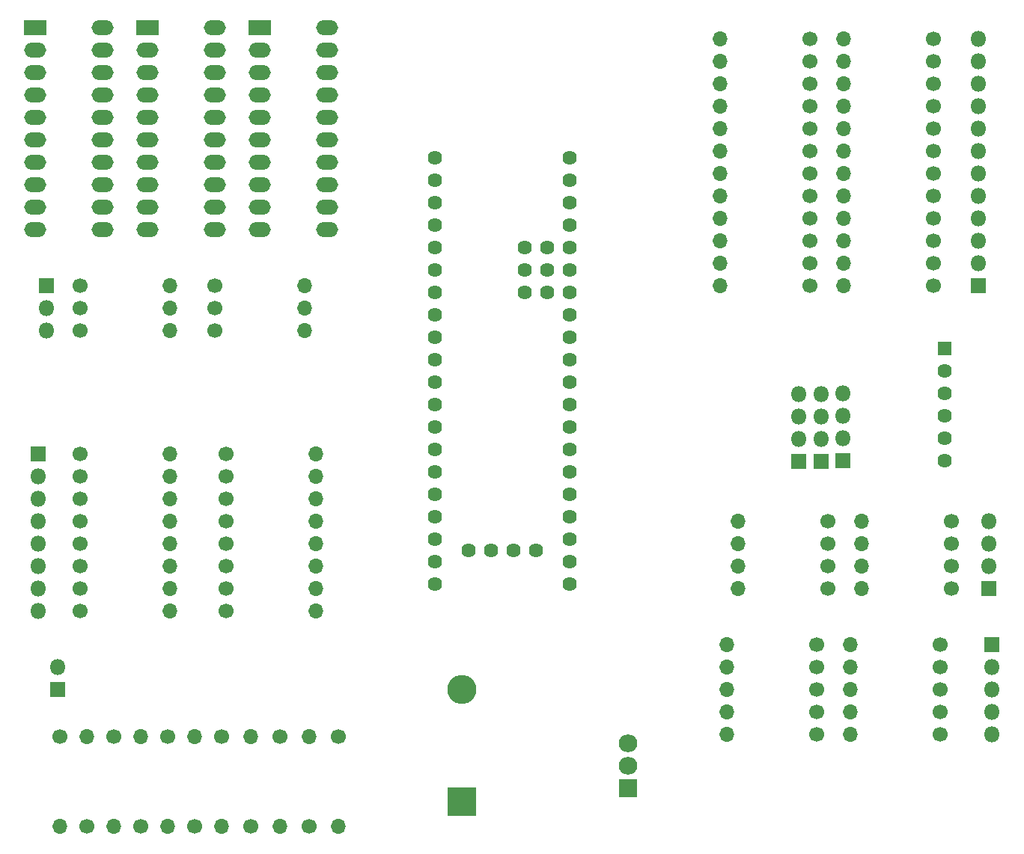
<source format=gbr>
%TF.GenerationSoftware,KiCad,Pcbnew,5.1.6-c6e7f7d~86~ubuntu16.04.1*%
%TF.CreationDate,2020-10-27T22:16:19+00:00*%
%TF.ProjectId,ppstrace1,70707374-7261-4636-9531-2e6b69636164,rev?*%
%TF.SameCoordinates,Original*%
%TF.FileFunction,Soldermask,Bot*%
%TF.FilePolarity,Negative*%
%FSLAX46Y46*%
G04 Gerber Fmt 4.6, Leading zero omitted, Abs format (unit mm)*
G04 Created by KiCad (PCBNEW 5.1.6-c6e7f7d~86~ubuntu16.04.1) date 2020-10-27 22:16:19*
%MOMM*%
%LPD*%
G01*
G04 APERTURE LIST*
%ADD10O,2.500000X1.700000*%
%ADD11R,2.500000X1.700000*%
%ADD12O,1.700000X1.700000*%
%ADD13C,1.700000*%
%ADD14C,1.624000*%
%ADD15O,2.100000X2.005000*%
%ADD16R,2.100000X2.005000*%
%ADD17O,1.800000X1.800000*%
%ADD18R,1.800000X1.800000*%
%ADD19O,3.300000X3.300000*%
%ADD20R,3.300000X3.300000*%
%ADD21R,1.624000X1.624000*%
G04 APERTURE END LIST*
D10*
%TO.C,REF\u002A\u002A*%
X134620000Y-60960000D03*
X127000000Y-83820000D03*
X134620000Y-63500000D03*
X127000000Y-81280000D03*
X134620000Y-66040000D03*
X127000000Y-78740000D03*
X134620000Y-68580000D03*
X127000000Y-76200000D03*
X134620000Y-71120000D03*
X127000000Y-73660000D03*
X134620000Y-73660000D03*
X127000000Y-71120000D03*
X134620000Y-76200000D03*
X127000000Y-68580000D03*
X134620000Y-78740000D03*
X127000000Y-66040000D03*
X134620000Y-81280000D03*
X127000000Y-63500000D03*
X134620000Y-83820000D03*
D11*
X127000000Y-60960000D03*
%TD*%
D10*
%TO.C,REF\u002A\u002A*%
X121920000Y-60960000D03*
X114300000Y-83820000D03*
X121920000Y-63500000D03*
X114300000Y-81280000D03*
X121920000Y-66040000D03*
X114300000Y-78740000D03*
X121920000Y-68580000D03*
X114300000Y-76200000D03*
X121920000Y-71120000D03*
X114300000Y-73660000D03*
X121920000Y-73660000D03*
X114300000Y-71120000D03*
X121920000Y-76200000D03*
X114300000Y-68580000D03*
X121920000Y-78740000D03*
X114300000Y-66040000D03*
X121920000Y-81280000D03*
X114300000Y-63500000D03*
X121920000Y-83820000D03*
D11*
X114300000Y-60960000D03*
%TD*%
D10*
%TO.C,REF\u002A\u002A*%
X109220000Y-60960000D03*
X101600000Y-83820000D03*
X109220000Y-63500000D03*
X101600000Y-81280000D03*
X109220000Y-66040000D03*
X101600000Y-78740000D03*
X109220000Y-68580000D03*
X101600000Y-76200000D03*
X109220000Y-71120000D03*
X101600000Y-73660000D03*
X109220000Y-73660000D03*
X101600000Y-71120000D03*
X109220000Y-76200000D03*
X101600000Y-68580000D03*
X109220000Y-78740000D03*
X101600000Y-66040000D03*
X109220000Y-81280000D03*
X101600000Y-63500000D03*
X109220000Y-83820000D03*
D11*
X101600000Y-60960000D03*
%TD*%
D12*
%TO.C,R75*%
X132080000Y-90170000D03*
D13*
X121920000Y-90170000D03*
%TD*%
D12*
%TO.C,R74*%
X116840000Y-90170000D03*
D13*
X106680000Y-90170000D03*
%TD*%
D12*
%TO.C,R73*%
X179832000Y-140970000D03*
D13*
X189992000Y-140970000D03*
%TD*%
D12*
%TO.C,R72*%
X193802000Y-140970000D03*
D13*
X203962000Y-140970000D03*
%TD*%
D12*
%TO.C,R71*%
X132080000Y-92710000D03*
D13*
X121920000Y-92710000D03*
%TD*%
D12*
%TO.C,R70*%
X116840000Y-92710000D03*
D13*
X106680000Y-92710000D03*
%TD*%
D12*
%TO.C,R69*%
X179832000Y-138430000D03*
D13*
X189992000Y-138430000D03*
%TD*%
D12*
%TO.C,R68*%
X193802000Y-138430000D03*
D13*
X203962000Y-138430000D03*
%TD*%
D12*
%TO.C,R67*%
X179832000Y-135890000D03*
D13*
X189992000Y-135890000D03*
%TD*%
D12*
%TO.C,R66*%
X193802000Y-135890000D03*
D13*
X203962000Y-135890000D03*
%TD*%
D12*
%TO.C,R65*%
X179832000Y-133350000D03*
D13*
X189992000Y-133350000D03*
%TD*%
D12*
%TO.C,R64*%
X193802000Y-133350000D03*
D13*
X203962000Y-133350000D03*
%TD*%
D12*
%TO.C,R63*%
X132080000Y-95250000D03*
D13*
X121920000Y-95250000D03*
%TD*%
D12*
%TO.C,R62*%
X116840000Y-95250000D03*
D13*
X106680000Y-95250000D03*
%TD*%
D12*
%TO.C,R61*%
X179832000Y-130810000D03*
D13*
X189992000Y-130810000D03*
%TD*%
D12*
%TO.C,R60*%
X193802000Y-130810000D03*
D13*
X203962000Y-130810000D03*
%TD*%
D12*
%TO.C,R59*%
X181102000Y-116840000D03*
D13*
X191262000Y-116840000D03*
%TD*%
D12*
%TO.C,R58*%
X195072000Y-116840000D03*
D13*
X205232000Y-116840000D03*
%TD*%
D12*
%TO.C,R57*%
X181102000Y-119380000D03*
D13*
X191262000Y-119380000D03*
%TD*%
D12*
%TO.C,R56*%
X195072000Y-119380000D03*
D13*
X205232000Y-119380000D03*
%TD*%
D12*
%TO.C,R55*%
X181102000Y-121920000D03*
D13*
X191262000Y-121920000D03*
%TD*%
D12*
%TO.C,R54*%
X195072000Y-121920000D03*
D13*
X205232000Y-121920000D03*
%TD*%
D12*
%TO.C,R53*%
X181102000Y-124460000D03*
D13*
X191262000Y-124460000D03*
%TD*%
D12*
%TO.C,R52*%
X195072000Y-124460000D03*
D13*
X205232000Y-124460000D03*
%TD*%
D12*
%TO.C,R51*%
X133350000Y-127000000D03*
D13*
X123190000Y-127000000D03*
%TD*%
D12*
%TO.C,R50*%
X116840000Y-127000000D03*
D13*
X106680000Y-127000000D03*
%TD*%
D12*
%TO.C,R49*%
X133350000Y-119380000D03*
D13*
X123190000Y-119380000D03*
%TD*%
D12*
%TO.C,R48*%
X116840000Y-119380000D03*
D13*
X106680000Y-119380000D03*
%TD*%
D12*
%TO.C,R47*%
X133350000Y-116840000D03*
D13*
X123190000Y-116840000D03*
%TD*%
D12*
%TO.C,R46*%
X116840000Y-116840000D03*
D13*
X106680000Y-116840000D03*
%TD*%
D12*
%TO.C,R45*%
X133350000Y-124460000D03*
D13*
X123190000Y-124460000D03*
%TD*%
D12*
%TO.C,R44*%
X116840000Y-124460000D03*
D13*
X106680000Y-124460000D03*
%TD*%
D12*
%TO.C,R43*%
X133350000Y-121920000D03*
D13*
X123190000Y-121920000D03*
%TD*%
D12*
%TO.C,R42*%
X116840000Y-121920000D03*
D13*
X106680000Y-121920000D03*
%TD*%
D12*
%TO.C,R41*%
X133350000Y-114300000D03*
D13*
X123190000Y-114300000D03*
%TD*%
D12*
%TO.C,R40*%
X116840000Y-114300000D03*
D13*
X106680000Y-114300000D03*
%TD*%
D12*
%TO.C,R39*%
X133350000Y-109220000D03*
D13*
X123190000Y-109220000D03*
%TD*%
D12*
%TO.C,R38*%
X116840000Y-109220000D03*
D13*
X106680000Y-109220000D03*
%TD*%
D12*
%TO.C,R37*%
X179070000Y-62230000D03*
D13*
X189230000Y-62230000D03*
%TD*%
D12*
%TO.C,R36*%
X193040000Y-62230000D03*
D13*
X203200000Y-62230000D03*
%TD*%
D12*
%TO.C,R35*%
X179070000Y-64770000D03*
D13*
X189230000Y-64770000D03*
%TD*%
D12*
%TO.C,R34*%
X193040000Y-64770000D03*
D13*
X203200000Y-64770000D03*
%TD*%
D12*
%TO.C,R33*%
X133350000Y-111760000D03*
D13*
X123190000Y-111760000D03*
%TD*%
D12*
%TO.C,R32*%
X116840000Y-111760000D03*
D13*
X106680000Y-111760000D03*
%TD*%
D12*
%TO.C,R31*%
X179070000Y-67310000D03*
D13*
X189230000Y-67310000D03*
%TD*%
D12*
%TO.C,R30*%
X193040000Y-67310000D03*
D13*
X203200000Y-67310000D03*
%TD*%
D12*
%TO.C,R29*%
X179070000Y-69850000D03*
D13*
X189230000Y-69850000D03*
%TD*%
D12*
%TO.C,R28*%
X193040000Y-69850000D03*
D13*
X203200000Y-69850000D03*
%TD*%
D12*
%TO.C,R27*%
X179070000Y-72390000D03*
D13*
X189230000Y-72390000D03*
%TD*%
D12*
%TO.C,R26*%
X193040000Y-72390000D03*
D13*
X203200000Y-72390000D03*
%TD*%
D12*
%TO.C,R25*%
X179070000Y-74930000D03*
D13*
X189230000Y-74930000D03*
%TD*%
D12*
%TO.C,R24*%
X193040000Y-74930000D03*
D13*
X203200000Y-74930000D03*
%TD*%
D12*
%TO.C,R23*%
X179070000Y-77470000D03*
D13*
X189230000Y-77470000D03*
%TD*%
D12*
%TO.C,R22*%
X193040000Y-77470000D03*
D13*
X203200000Y-77470000D03*
%TD*%
D12*
%TO.C,R21*%
X179070000Y-80010000D03*
D13*
X189230000Y-80010000D03*
%TD*%
D12*
%TO.C,R20*%
X193040000Y-80010000D03*
D13*
X203200000Y-80010000D03*
%TD*%
D12*
%TO.C,R19*%
X179070000Y-82550000D03*
D13*
X189230000Y-82550000D03*
%TD*%
D12*
%TO.C,R18*%
X193040000Y-82550000D03*
D13*
X203200000Y-82550000D03*
%TD*%
D12*
%TO.C,R17*%
X179070000Y-85090000D03*
D13*
X189230000Y-85090000D03*
%TD*%
D12*
%TO.C,R16*%
X193040000Y-85090000D03*
D13*
X203200000Y-85090000D03*
%TD*%
D12*
%TO.C,R15*%
X179070000Y-87630000D03*
D13*
X189230000Y-87630000D03*
%TD*%
D12*
%TO.C,R14*%
X193040000Y-87630000D03*
D13*
X203200000Y-87630000D03*
%TD*%
D12*
%TO.C,R13*%
X179070000Y-90170000D03*
D13*
X189230000Y-90170000D03*
%TD*%
D12*
%TO.C,R12*%
X193040000Y-90170000D03*
D13*
X203200000Y-90170000D03*
%TD*%
D12*
%TO.C,R10*%
X132588000Y-141224000D03*
D13*
X132588000Y-151384000D03*
%TD*%
D12*
%TO.C,R9*%
X129286000Y-151384000D03*
D13*
X129286000Y-141224000D03*
%TD*%
D12*
%TO.C,R8*%
X125984000Y-141224000D03*
D13*
X125984000Y-151384000D03*
%TD*%
D12*
%TO.C,R7*%
X122682000Y-151384000D03*
D13*
X122682000Y-141224000D03*
%TD*%
D12*
%TO.C,R6*%
X119634000Y-141224000D03*
D13*
X119634000Y-151384000D03*
%TD*%
D12*
%TO.C,R5*%
X116586000Y-151384000D03*
D13*
X116586000Y-141224000D03*
%TD*%
D12*
%TO.C,R4*%
X113538000Y-141224000D03*
D13*
X113538000Y-151384000D03*
%TD*%
D12*
%TO.C,R3*%
X110490000Y-151384000D03*
D13*
X110490000Y-141224000D03*
%TD*%
D12*
%TO.C,R11*%
X135890000Y-151384000D03*
D13*
X135890000Y-141224000D03*
%TD*%
D12*
%TO.C,R2*%
X107442000Y-141224000D03*
D13*
X107442000Y-151384000D03*
%TD*%
D12*
%TO.C,R1*%
X104394000Y-151384000D03*
D13*
X104394000Y-141224000D03*
%TD*%
D14*
%TO.C,U1*%
X146812000Y-118872000D03*
X156972000Y-90932000D03*
X156972000Y-88392000D03*
X156972000Y-85852000D03*
X159512000Y-90932000D03*
X159512000Y-88392000D03*
X159512000Y-85852000D03*
X158242000Y-120142000D03*
X155702000Y-120142000D03*
X153162000Y-120142000D03*
X150622000Y-120142000D03*
X162052000Y-75692000D03*
X162052000Y-78232000D03*
X162052000Y-80772000D03*
X162052000Y-83312000D03*
X162052000Y-85852000D03*
X162052000Y-88392000D03*
X162052000Y-90932000D03*
X162052000Y-93472000D03*
X162052000Y-96012000D03*
X162052000Y-98552000D03*
X162052000Y-101092000D03*
X162052000Y-103632000D03*
X162052000Y-106172000D03*
X162052000Y-108712000D03*
X162052000Y-111252000D03*
X162052000Y-113792000D03*
X162052000Y-116332000D03*
X162052000Y-118872000D03*
X162052000Y-121412000D03*
X162052000Y-123952000D03*
X146812000Y-123952000D03*
X146812000Y-121412000D03*
X146812000Y-116332000D03*
X146812000Y-113792000D03*
X146812000Y-111252000D03*
X146812000Y-108712000D03*
X146812000Y-106172000D03*
X146812000Y-103632000D03*
X146812000Y-101092000D03*
X146812000Y-98552000D03*
X146812000Y-96012000D03*
X146812000Y-93472000D03*
X146812000Y-90932000D03*
X146812000Y-88392000D03*
X146812000Y-85852000D03*
X146812000Y-83312000D03*
X146812000Y-80772000D03*
X146812000Y-78232000D03*
X146812000Y-75692000D03*
%TD*%
D15*
%TO.C,U2*%
X168605200Y-142011400D03*
X168605200Y-144551400D03*
D16*
X168605200Y-147091400D03*
%TD*%
D17*
%TO.C,J9*%
X190500000Y-102438200D03*
X190500000Y-104978200D03*
X190500000Y-107518200D03*
D18*
X190500000Y-110058200D03*
%TD*%
D17*
%TO.C,J8*%
X192913000Y-102362000D03*
X192913000Y-104902000D03*
X192913000Y-107442000D03*
D18*
X192913000Y-109982000D03*
%TD*%
D17*
%TO.C,J7*%
X187960000Y-102438200D03*
X187960000Y-104978200D03*
X187960000Y-107518200D03*
D18*
X187960000Y-110058200D03*
%TD*%
D17*
%TO.C,J6*%
X209804000Y-140970000D03*
X209804000Y-138430000D03*
X209804000Y-135890000D03*
X209804000Y-133350000D03*
D18*
X209804000Y-130810000D03*
%TD*%
D17*
%TO.C,J5*%
X102870000Y-95250000D03*
X102870000Y-92710000D03*
D18*
X102870000Y-90170000D03*
%TD*%
D17*
%TO.C,J4*%
X209397600Y-116840000D03*
X209397600Y-119380000D03*
X209397600Y-121920000D03*
D18*
X209397600Y-124460000D03*
%TD*%
D17*
%TO.C,J1*%
X104140000Y-133350000D03*
D18*
X104140000Y-135890000D03*
%TD*%
D17*
%TO.C,J3*%
X208280000Y-62230000D03*
X208280000Y-64770000D03*
X208280000Y-67310000D03*
X208280000Y-69850000D03*
X208280000Y-72390000D03*
X208280000Y-74930000D03*
X208280000Y-77470000D03*
X208280000Y-80010000D03*
X208280000Y-82550000D03*
X208280000Y-85090000D03*
X208280000Y-87630000D03*
D18*
X208280000Y-90170000D03*
%TD*%
D17*
%TO.C,J2*%
X101879400Y-127000000D03*
X101879400Y-124460000D03*
X101879400Y-121920000D03*
X101879400Y-119380000D03*
X101879400Y-116840000D03*
X101879400Y-114300000D03*
X101879400Y-111760000D03*
D18*
X101879400Y-109220000D03*
%TD*%
D19*
%TO.C,D1*%
X149860000Y-135890000D03*
D20*
X149860000Y-148590000D03*
%TD*%
D14*
%TO.C,A1*%
X204470000Y-109982000D03*
X204470000Y-107442000D03*
X204470000Y-104902000D03*
X204470000Y-102362000D03*
X204470000Y-99822000D03*
D21*
X204470000Y-97282000D03*
%TD*%
M02*

</source>
